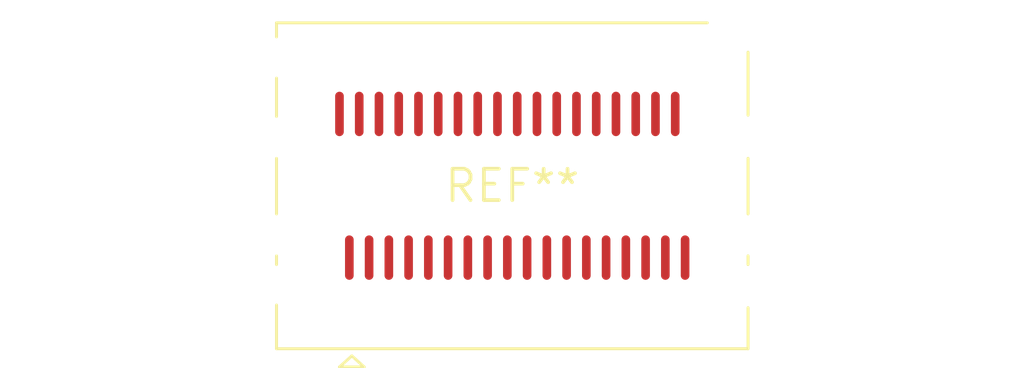
<source format=kicad_pcb>
(kicad_pcb (version 20240108) (generator pcbnew)
  (layers (0 "F.Cu" signal) (31 "B.Cu" signal) (34 "B.Paste" user) (35 "F.Paste" user) (36 "B.SilkS" user "B.Silkscreen") (37 "F.SilkS" user "F.Silkscreen") (38 "B.Mask" user) (39 "F.Mask" user) (44 "Edge.Cuts" user))
  (net 0 "")
  (footprint "SAS-mini_TEConnectivity_1888174_Vertical" (layer "F.Cu") (at 0 0)
    (property "Reference" "REF**")
    (property "Value" "SAS-mini_TEConnectivity_1888174_Vertical")
    (fp_line (start -9.55 -6.6) (end -9.55 -6.03) (layer "F.SilkS") (stroke (width 0.12)))
    (fp_line (start -9.55 -4.36) (end -9.55 -2.81) (layer "F.SilkS") (stroke (width 0.12)))
    (fp_line (start -9.55 -1.11) (end -9.55 1.14) (layer "F.SilkS") (stroke (width 0.12)))
    (fp_line (start -9.55 2.84) (end -9.55 3.19) (layer "F.SilkS") (stroke (width 0.12)))
    (fp_line (start -9.55 4.831) (end -9.55 6.6) (layer "F.SilkS") (stroke (width 0.12)))
    (fp_line (start -9.55 6.6) (end 9.55 6.6) (layer "F.SilkS") (stroke (width 0.12)))
    (fp_line (start -7 7.34) (end -6 7.34) (layer "F.SilkS") (stroke (width 0.12)))
    (fp_line (start -6.5 6.89) (end -7 7.34) (layer "F.SilkS") (stroke (width 0.12)))
    (fp_line (start -6 7.34) (end -6.5 6.89) (layer "F.SilkS") (stroke (width 0.12)))
    (fp_line (start 7.9 -6.6) (end -9.55 -6.6) (layer "F.SilkS") (stroke (width 0.12)))
    (fp_line (start 9.55 -5.41) (end 9.55 -2.86) (layer "F.SilkS") (stroke (width 0.12)))
    (fp_line (start 9.55 -1.11) (end 9.55 1.14) (layer "F.SilkS") (stroke (width 0.12)))
    (fp_line (start 9.55 2.84) (end 9.55 3.19) (layer "F.SilkS") (stroke (width 0.12)))
    (fp_line (start 9.55 4.94) (end 9.55 6.6) (layer "F.SilkS") (stroke (width 0.12)))
    (pad "" np_thru_hole circle (at -8 0) (size 1.55 1.55) (drill 1.55) (layers *.Mask "B.Cu"))
    (pad "" np_thru_hole circle (at 8 0) (size 1.55 1.55) (drill 1.55) (layers *.Mask "B.Cu"))
    (pad "1" thru_hole circle (at -8.9 -5.24) (size 1.5 1.5) (drill 0.8) (layers *.Cu *.Mask) (remove_unused_layers))
    (pad "2" thru_hole circle (at -8.9 -2) (size 1.5 1.5) (drill 0.8) (layers *.Cu *.Mask) (remove_unused_layers))
    (pad "3" thru_hole circle (at -8.9 2) (size 1.5 1.5) (drill 0.8) (layers *.Cu *.Mask) (remove_unused_layers))
    (pad "4" thru_hole circle (at -8.9 4.03) (size 1.5 1.5) (drill 0.8) (layers *.Cu *.Mask) (remove_unused_layers))
    (pad "5" thru_hole circle (at 8.9 -6.24) (size 1.5 1.5) (drill 0.8) (layers *.Cu *.Mask) (remove_unused_layers))
    (pad "6" thru_hole circle (at 8.9 -2) (size 1.5 1.5) (drill 0.8) (layers *.Cu *.Mask) (remove_unused_layers))
    (pad "7" thru_hole circle (at 8.9 2) (size 1.5 1.5) (drill 0.8) (layers *.Cu *.Mask) (remove_unused_layers))
    (pad "8" thru_hole circle (at 8.9 4.03) (size 1.5 1.5) (drill 0.8) (layers *.Cu *.Mask) (remove_unused_layers))
    (pad "A1" smd oval (at -6.6 2.91) (size 0.35 1.8) (layers "F.Cu" "F.Paste" "F.Mask"))
    (pad "A2" smd oval (at -5.8 2.91) (size 0.35 1.8) (layers "F.Cu" "F.Paste" "F.Mask"))
    (pad "A3" smd oval (at -5 2.91) (size 0.35 1.8) (layers "F.Cu" "F.Paste" "F.Mask"))
    (pad "A4" smd oval (at -4.2 2.91) (size 0.35 1.8) (layers "F.Cu" "F.Paste" "F.Mask"))
    (pad "A5" smd oval (at -3.4 2.91) (size 0.35 1.8) (layers "F.Cu" "F.Paste" "F.Mask"))
    (pad "A6" smd oval (at -2.6 2.91) (size 0.35 1.8) (layers "F.Cu" "F.Paste" "F.Mask"))
    (pad "A7" smd oval (at -1.8 2.91) (size 0.35 1.8) (layers "F.Cu" "F.Paste" "F.Mask"))
    (pad "A8" smd oval (at -1 2.91) (size 0.35 1.8) (layers "F.Cu" "F.Paste" "F.Mask"))
    (pad "A9" smd oval (at -0.2 2.91) (size 0.35 1.8) (layers "F.Cu" "F.Paste" "F.Mask"))
    (pad "A10" smd oval (at 0.6 2.91) (size 0.35 1.8) (layers "F.Cu" "F.Paste" "F.Mask"))
    (pad "A11" smd oval (at 1.4 2.91) (size 0.35 1.8) (layers "F.Cu" "F.Paste" "F.Mask"))
    (pad "A12" smd oval (at 2.2 2.91) (size 0.35 1.8) (layers "F.Cu" "F.Paste" "F.Mask"))
    (pad "A13" smd oval (at 3 2.91) (size 0.35 1.8) (layers "F.Cu" "F.Paste" "F.Mask"))
    (pad "A14" smd oval (at 3.8 2.91) (size 0.35 1.8) (layers "F.Cu" "F.Paste" "F.Mask"))
    (pad "A15" smd oval (at 4.6 2.91) (size 0.35 1.8) (layers "F.Cu" "F.Paste" "F.Mask"))
    (pad "A16" smd oval (at 5.4 2.91) (size 0.35 1.8) (layers "F.Cu" "F.Paste" "F.Mask"))
    (pad "A17" smd oval (at 6.2 2.91) (size 0.35 1.8) (layers "F.Cu" "F.Paste" "F.Mask"))
    (pad "A18" smd oval (at 7 2.91) (size 0.35 1.8) (layers "F.Cu" "F.Paste" "F.Mask"))
    (pad "B1" smd oval (at -7 -2.91) (size 0.35 1.8) (layers "F.Cu" "F.Paste" "F.Mask"))
    (pad "B2" smd oval (at -6.2 -2.91) (size 0.35 1.8) (layers "F.Cu" "F.Paste" "F.Mask"))
    (pad "B3" smd oval (at -5.4 -2.91) (size 0.35 1.8) (layers "F.Cu" "F.Paste" "F.Mask"))
    (pad "B4" smd oval (at -4.6 -2.91) (size 0.35 1.8) (layers "F.Cu" "F.Paste" "F.Mask"))
    (pad "B5" smd oval (at -3.8 -2.91) (size 0.35 1.8) (layers "F.Cu" "F.Paste" "F.Mask"))
    (pad "B6" smd oval (at -3 -2.91) (size 0.35 1.8) (layers "F.Cu" "F.Paste" "F.Mask"))
    (pad "B7" smd oval (at -2.2 -2.91) (size 0.35 1.8) (layers "F.Cu" "F.Paste" "F.Mask"))
    (pad "B8" smd oval (at -1.4 -2.91) (size 0.35 1.8) (layers "F.Cu" "F.Paste" "F.Mask"))
    (pad "B9" smd oval (at -0.6 -2.91) (size 0.35 1.8) (layers "F.Cu" "F.Paste" "F.Mask"))
    (pad "B10" smd oval (at 0.2 -2.91) (size 0.35 1.8) (layers "F.Cu" "F.Paste" "F.Mask"))
    (pad "B11" smd oval (at 1 -2.91) (size 0.35 1.8) (layers "F.Cu" "F.Paste" "F.Mask"))
    (pad "B12" smd oval (at 1.8 -2.91) (size 0.35 1.8) (layers "F.Cu" "F.Paste" "F.Mask"))
    (pad "B13" smd oval (at 2.6 -2.91) (size 0.35 1.8) (layers "F.Cu" "F.Paste" "F.Mask"))
    (pad "B14" smd oval (at 3.4 -2.91) (size 0.35 1.8) (layers "F.Cu" "F.Paste" "F.Mask"))
    (pad "B15" smd oval (at 4.2 -2.91) (size 0.35 1.8) (layers "F.Cu" "F.Paste" "F.Mask"))
    (pad "B16" smd oval (at 5 -2.91) (size 0.35 1.8) (layers "F.Cu" "F.Paste" "F.Mask"))
    (pad "B17" smd oval (at 5.8 -2.91) (size 0.35 1.8) (layers "F.Cu" "F.Paste" "F.Mask"))
    (pad "B18" smd oval (at 6.6 -2.91) (size 0.35 1.8) (layers "F.Cu" "F.Paste" "F.Mask"))
  )
)
</source>
